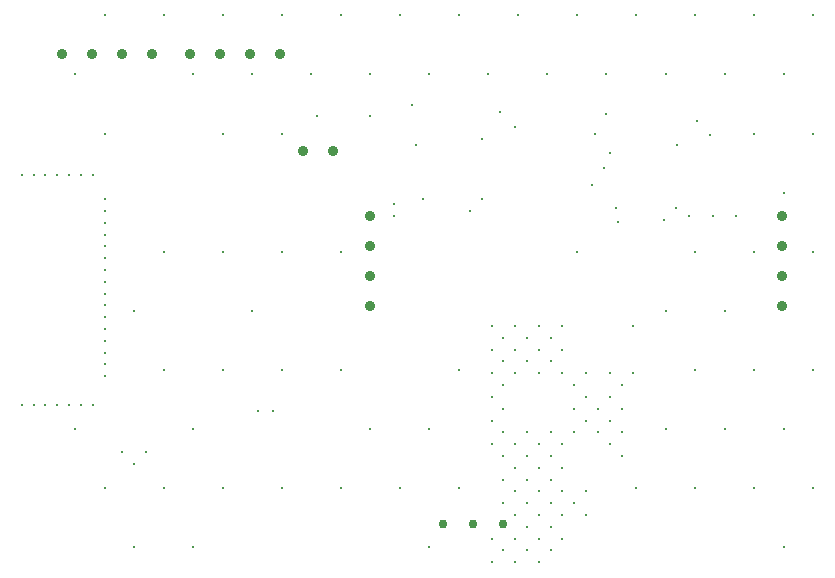
<source format=gbr>
%TF.GenerationSoftware,Altium Limited,Altium Designer,22.10.1 (41)*%
G04 Layer_Color=0*
%FSLAX45Y45*%
%MOMM*%
%TF.SameCoordinates,C9E4A285-3493-4599-8121-F693CE24ADE7*%
%TF.FilePolarity,Positive*%
%TF.FileFunction,Plated,1,4,PTH,Drill*%
%TF.Part,Single*%
G01*
G75*
%TA.AperFunction,ComponentDrill*%
%ADD60C,0.76200*%
%ADD61C,0.90000*%
%ADD62C,0.90000*%
%TA.AperFunction,ViaDrill,NotFilled*%
%ADD63C,0.33000*%
D60*
X3611880Y693420D02*
D03*
X3865880D02*
D03*
X4119880D02*
D03*
D61*
X2997200Y2540000D02*
D03*
Y2794000D02*
D03*
Y3048000D02*
D03*
Y3302000D02*
D03*
X6489700Y2540000D02*
D03*
Y2794000D02*
D03*
Y3048000D02*
D03*
Y3302000D02*
D03*
D62*
X1470000Y4670000D02*
D03*
X1724000D02*
D03*
X1978000D02*
D03*
X2232000D02*
D03*
X1155700Y4673600D02*
D03*
X901700D02*
D03*
X647700D02*
D03*
X393700D02*
D03*
X2433320Y3853180D02*
D03*
X2687320D02*
D03*
D63*
X5880100Y3987800D02*
D03*
X5765800Y4102100D02*
D03*
X4102100Y4178300D02*
D03*
X4229100Y4051300D02*
D03*
X5100000Y3250000D02*
D03*
X3000000Y4150000D02*
D03*
X2550000D02*
D03*
X5600000Y3900000D02*
D03*
X3950000Y3950000D02*
D03*
X4900000Y4000000D02*
D03*
X6100000Y3300000D02*
D03*
X5900000D02*
D03*
X5700000D02*
D03*
X3200000D02*
D03*
Y3400000D02*
D03*
X750774Y1944489D02*
D03*
Y2044489D02*
D03*
Y2144489D02*
D03*
Y2244489D02*
D03*
Y2344489D02*
D03*
Y2444489D02*
D03*
Y2544489D02*
D03*
Y2644489D02*
D03*
Y2744489D02*
D03*
Y2844489D02*
D03*
Y2944489D02*
D03*
Y3044489D02*
D03*
Y3144489D02*
D03*
Y3244489D02*
D03*
X6750000Y5000000D02*
D03*
X6500000Y4500000D02*
D03*
X6750000Y4000000D02*
D03*
X6500000Y3500000D02*
D03*
X6750000Y3000000D02*
D03*
Y2000000D02*
D03*
X6500000Y1500000D02*
D03*
X6750000Y1000000D02*
D03*
X6500000Y500000D02*
D03*
X6250000Y5000000D02*
D03*
X6000000Y4500000D02*
D03*
X6250000Y4000000D02*
D03*
Y3000000D02*
D03*
X6000000Y2500000D02*
D03*
X6250000Y2000000D02*
D03*
X6000000Y1500000D02*
D03*
X6250000Y1000000D02*
D03*
X5750000Y5000000D02*
D03*
X5500000Y4500000D02*
D03*
X5750000Y3000000D02*
D03*
X5500000Y2500000D02*
D03*
X5750000Y2000000D02*
D03*
X5500000Y1500000D02*
D03*
X5750000Y1000000D02*
D03*
X5250000Y5000000D02*
D03*
X5000000Y4500000D02*
D03*
X5250000Y1000000D02*
D03*
X4750000Y5000000D02*
D03*
X4500000Y4500000D02*
D03*
X4750000Y3000000D02*
D03*
X4250000Y5000000D02*
D03*
X4000000Y4500000D02*
D03*
X3750000Y5000000D02*
D03*
X3500000Y4500000D02*
D03*
X3750000Y2000000D02*
D03*
X3500000Y1500000D02*
D03*
X3750000Y1000000D02*
D03*
X3500000Y500000D02*
D03*
X3250000Y5000000D02*
D03*
X3000000Y4500000D02*
D03*
Y1500000D02*
D03*
X3250000Y1000000D02*
D03*
X2750000Y5000000D02*
D03*
X2500000Y4500000D02*
D03*
X2750000Y3000000D02*
D03*
Y2000000D02*
D03*
Y1000000D02*
D03*
X2250000Y5000000D02*
D03*
X2000000Y4500000D02*
D03*
X2250000Y4000000D02*
D03*
Y3000000D02*
D03*
X2000000Y2500000D02*
D03*
X2250000Y2000000D02*
D03*
Y1000000D02*
D03*
X1750000Y5000000D02*
D03*
X1500000Y4500000D02*
D03*
X1750000Y4000000D02*
D03*
Y3000000D02*
D03*
Y2000000D02*
D03*
X1500000Y1500000D02*
D03*
X1750000Y1000000D02*
D03*
X1500000Y500000D02*
D03*
X1250000Y5000000D02*
D03*
Y3000000D02*
D03*
X1000000Y2500000D02*
D03*
X1250000Y2000000D02*
D03*
Y1000000D02*
D03*
X1000000Y500000D02*
D03*
X750000Y5000000D02*
D03*
X500000Y4500000D02*
D03*
X750000Y4000000D02*
D03*
X500000Y1500000D02*
D03*
X750000Y1000000D02*
D03*
X750774Y3344489D02*
D03*
Y3444489D02*
D03*
X650000Y3650000D02*
D03*
X550000D02*
D03*
X450000D02*
D03*
X350000D02*
D03*
X250000D02*
D03*
X50000D02*
D03*
X150000D02*
D03*
X650000Y1700000D02*
D03*
X550000D02*
D03*
X450000D02*
D03*
X350000D02*
D03*
X250000D02*
D03*
X50000D02*
D03*
X150000D02*
D03*
X4995000Y4167419D02*
D03*
X3356700Y4238539D02*
D03*
X5029200Y3833520D02*
D03*
X3390900Y3906520D02*
D03*
X3948530Y3442790D02*
D03*
X5586900Y3369860D02*
D03*
X5483860Y3267100D02*
D03*
X5081100Y3370140D02*
D03*
X3442800Y3443140D02*
D03*
X3845560Y3340100D02*
D03*
X4027502Y1769899D02*
D03*
X4027502Y1969899D02*
D03*
X4027502Y2169899D02*
D03*
X4027502Y2369899D02*
D03*
X4427502Y2369898D02*
D03*
X5227502Y2369897D02*
D03*
X5227501Y1969898D02*
D03*
X5027501Y1969898D02*
D03*
X5127500Y1269898D02*
D03*
X5127501Y1469898D02*
D03*
X5027500Y1369898D02*
D03*
X5027501Y1569898D02*
D03*
X5127501Y1669898D02*
D03*
X5127501Y1869898D02*
D03*
X4627502Y2169898D02*
D03*
X4627502Y2369898D02*
D03*
X4127502Y2269899D02*
D03*
X4127502Y2069899D02*
D03*
X4227502Y2369898D02*
D03*
X4227502Y2169899D02*
D03*
X4527502Y2269898D02*
D03*
X4327502Y2269898D02*
D03*
X4127502Y1869899D02*
D03*
X4127502Y1669899D02*
D03*
X4227502Y1969899D02*
D03*
X4327502Y2069899D02*
D03*
X4427502Y2169898D02*
D03*
X4427502Y1969899D02*
D03*
X4527502Y2069898D02*
D03*
X4827501Y1969898D02*
D03*
X4627502Y1969898D02*
D03*
X4727501Y1869898D02*
D03*
X4727501Y1669898D02*
D03*
X5027501Y1769898D02*
D03*
X4827501Y1769898D02*
D03*
X4927501Y1469898D02*
D03*
X4927501Y1669898D02*
D03*
X4827501Y1569898D02*
D03*
X4727501Y1469899D02*
D03*
X4527501Y1469899D02*
D03*
X4027501Y1569899D02*
D03*
X4327501Y1469899D02*
D03*
X4127501Y1469899D02*
D03*
X4627501Y1369899D02*
D03*
X4427501Y1369899D02*
D03*
X4227501Y1369899D02*
D03*
X4027501Y1369899D02*
D03*
X4627500Y969899D02*
D03*
X4627501Y1169899D02*
D03*
X4527501Y1269899D02*
D03*
X4327501Y1269899D02*
D03*
X4127501Y1269899D02*
D03*
X4127501Y1069900D02*
D03*
X4427501Y1169899D02*
D03*
X4227501Y1169899D02*
D03*
X4527500Y1069899D02*
D03*
X4327501Y1069899D02*
D03*
X4827500Y769899D02*
D03*
X4827500Y969899D02*
D03*
X4727500Y869899D02*
D03*
X4527500Y469899D02*
D03*
X4627500Y569899D02*
D03*
X4627500Y769899D02*
D03*
X4427500Y369900D02*
D03*
X4427500Y569900D02*
D03*
X4527500Y669899D02*
D03*
X4527500Y869899D02*
D03*
X4427500Y969899D02*
D03*
X4227501Y969900D02*
D03*
X4327500Y869899D02*
D03*
X4127501Y869900D02*
D03*
X4427500Y769899D02*
D03*
X4227500Y769900D02*
D03*
X4327500Y469900D02*
D03*
X4327500Y669900D02*
D03*
X4227500Y569900D02*
D03*
X4027500Y569900D02*
D03*
X4227500Y369900D02*
D03*
X4127500Y469900D02*
D03*
X4027500Y369900D02*
D03*
X4878340Y3562080D02*
D03*
X2174100Y1653680D02*
D03*
X4978400Y3708400D02*
D03*
X2047240Y1653540D02*
D03*
X1100000Y1299999D02*
D03*
X1000000Y1200000D02*
D03*
X900000Y1300000D02*
D03*
%TF.MD5,c46cf5290b432cf6dacc2c6a4668a817*%
M02*

</source>
